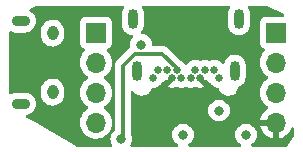
<source format=gbr>
%TF.GenerationSoftware,KiCad,Pcbnew,(6.0.0)*%
%TF.CreationDate,2022-07-25T11:20:30-04:00*%
%TF.ProjectId,dual_model_u,6475616c-5f6d-46f6-9465-6c5f752e6b69,rev?*%
%TF.SameCoordinates,Original*%
%TF.FileFunction,Copper,L3,Inr*%
%TF.FilePolarity,Positive*%
%FSLAX46Y46*%
G04 Gerber Fmt 4.6, Leading zero omitted, Abs format (unit mm)*
G04 Created by KiCad (PCBNEW (6.0.0)) date 2022-07-25 11:20:30*
%MOMM*%
%LPD*%
G01*
G04 APERTURE LIST*
%TA.AperFunction,ComponentPad*%
%ADD10C,0.640000*%
%TD*%
%TA.AperFunction,ComponentPad*%
%ADD11O,0.850000X1.700000*%
%TD*%
%TA.AperFunction,ComponentPad*%
%ADD12O,0.950000X1.250000*%
%TD*%
%TA.AperFunction,ComponentPad*%
%ADD13O,1.550000X0.890000*%
%TD*%
%TA.AperFunction,ComponentPad*%
%ADD14R,1.700000X1.700000*%
%TD*%
%TA.AperFunction,ComponentPad*%
%ADD15O,1.700000X1.700000*%
%TD*%
%TA.AperFunction,ViaPad*%
%ADD16C,0.800000*%
%TD*%
%TA.AperFunction,Conductor*%
%ADD17C,0.300000*%
%TD*%
G04 APERTURE END LIST*
D10*
%TO.N,GND*%
%TO.C,J1*%
X157220245Y-110522847D03*
%TO.N,+3V3*%
X157620245Y-109822847D03*
%TO.N,TX-*%
X158420245Y-109822847D03*
%TO.N,VBUS*%
X158820245Y-110522847D03*
%TO.N,Net-(J1-PadB5)*%
X159220245Y-109822847D03*
%TO.N,D+*%
X159620245Y-110522847D03*
%TO.N,D-*%
X160420245Y-110522847D03*
%TO.N,unconnected-(J1-PadB8)*%
X160820245Y-109822847D03*
%TO.N,VBUS*%
X161220245Y-110522847D03*
%TO.N,RX-*%
X161620245Y-109822847D03*
%TO.N,DATA*%
X162420245Y-109822847D03*
%TO.N,GND*%
X162820245Y-110522847D03*
D11*
X155900245Y-109932847D03*
X164140245Y-109932847D03*
X155540245Y-105532847D03*
X164510245Y-105532847D03*
%TD*%
D12*
%TO.N,GND*%
%TO.C,J2*%
X148720000Y-106720000D03*
X148720000Y-111720000D03*
D13*
X146020000Y-112720000D03*
X146020000Y-105720000D03*
%TD*%
D14*
%TO.N,DATA*%
%TO.C,J4*%
X152400000Y-106680000D03*
D15*
%TO.N,RX-*%
X152400000Y-109220000D03*
%TO.N,D-*%
X152400000Y-111760000D03*
%TO.N,D+*%
X152400000Y-114300000D03*
%TD*%
D14*
%TO.N,GND*%
%TO.C,J3*%
X167640000Y-106680000D03*
D15*
%TO.N,+3V3*%
X167640000Y-109220000D03*
%TO.N,TX-*%
X167640000Y-111760000D03*
%TO.N,VBUS*%
X167640000Y-114300000D03*
%TD*%
D16*
%TO.N,GND*%
X165100000Y-115316000D03*
X159766000Y-115316000D03*
%TO.N,VBUS*%
X150368000Y-107188000D03*
%TO.N,+3V3*%
X162814000Y-113284000D03*
%TO.N,RX-*%
X156210000Y-107696000D03*
%TO.N,Net-(J1-PadB5)*%
X154533600Y-115697000D03*
%TD*%
D17*
%TO.N,Net-(J1-PadB5)*%
X155702000Y-108458000D02*
X158002231Y-108458000D01*
X154533600Y-115697000D02*
X154686000Y-115544600D01*
X158002231Y-108458000D02*
X159220000Y-109675769D01*
X159220000Y-109675769D02*
X159220000Y-109850000D01*
X154686000Y-115544600D02*
X154686000Y-109474000D01*
X154686000Y-109474000D02*
X155702000Y-108458000D01*
%TD*%
%TA.AperFunction,Conductor*%
%TO.N,VBUS*%
G36*
X154724355Y-104414002D02*
G01*
X154770848Y-104467658D01*
X154780952Y-104537932D01*
X154765353Y-104583000D01*
X154693185Y-104707999D01*
X154682753Y-104726067D01*
X154680711Y-104732352D01*
X154632443Y-104880907D01*
X154622115Y-104912692D01*
X154606745Y-105058925D01*
X154606745Y-106006769D01*
X154622115Y-106153002D01*
X154682753Y-106339627D01*
X154780868Y-106509567D01*
X154785286Y-106514474D01*
X154785287Y-106514475D01*
X154892208Y-106633223D01*
X154912171Y-106655394D01*
X154917513Y-106659275D01*
X154917515Y-106659277D01*
X155059431Y-106762385D01*
X155070924Y-106770735D01*
X155076952Y-106773419D01*
X155076954Y-106773420D01*
X155203790Y-106829891D01*
X155250189Y-106850549D01*
X155372534Y-106876554D01*
X155435674Y-106889975D01*
X155435676Y-106889975D01*
X155442130Y-106891347D01*
X155444694Y-106891347D01*
X155508966Y-106917789D01*
X155549597Y-106976009D01*
X155552302Y-107046954D01*
X155523779Y-107100395D01*
X155470960Y-107159056D01*
X155375473Y-107324444D01*
X155316458Y-107506072D01*
X155315768Y-107512633D01*
X155315768Y-107512635D01*
X155301571Y-107647715D01*
X155296496Y-107696000D01*
X155312588Y-107849104D01*
X155299816Y-107918941D01*
X155261337Y-107964210D01*
X155247643Y-107974159D01*
X155237521Y-107986395D01*
X155218198Y-108009752D01*
X155210208Y-108018532D01*
X154278395Y-108950345D01*
X154269615Y-108958335D01*
X154269613Y-108958337D01*
X154262920Y-108962584D01*
X154257494Y-108968362D01*
X154257493Y-108968363D01*
X154214396Y-109014257D01*
X154211641Y-109017099D01*
X154191073Y-109037667D01*
X154188356Y-109041170D01*
X154180648Y-109050195D01*
X154149028Y-109083867D01*
X154145207Y-109090818D01*
X154145206Y-109090819D01*
X154138697Y-109102658D01*
X154127843Y-109119182D01*
X154122503Y-109126067D01*
X154114696Y-109136132D01*
X154111549Y-109143404D01*
X154111548Y-109143406D01*
X154096346Y-109178535D01*
X154091124Y-109189195D01*
X154068876Y-109229663D01*
X154063541Y-109250441D01*
X154057142Y-109269131D01*
X154048620Y-109288824D01*
X154045834Y-109306413D01*
X154041394Y-109334448D01*
X154038987Y-109346071D01*
X154031798Y-109374072D01*
X154027500Y-109390812D01*
X154027500Y-109412259D01*
X154025949Y-109431969D01*
X154022594Y-109453152D01*
X154023340Y-109461043D01*
X154026941Y-109499138D01*
X154027500Y-109510996D01*
X154027500Y-114877536D01*
X154007498Y-114945657D01*
X153975561Y-114979472D01*
X153938667Y-115006277D01*
X153922347Y-115018134D01*
X153794560Y-115160056D01*
X153778925Y-115187137D01*
X153704526Y-115316000D01*
X153699073Y-115325444D01*
X153640058Y-115507072D01*
X153639368Y-115513633D01*
X153639368Y-115513635D01*
X153623820Y-115661564D01*
X153620096Y-115697000D01*
X153620786Y-115703565D01*
X153630931Y-115800085D01*
X153640058Y-115886928D01*
X153699073Y-116068556D01*
X153702376Y-116074278D01*
X153702377Y-116074279D01*
X153742053Y-116143000D01*
X153758791Y-116211996D01*
X153735570Y-116279087D01*
X153679763Y-116322974D01*
X153632934Y-116332000D01*
X150793402Y-116332000D01*
X150729914Y-116314836D01*
X149692423Y-115709633D01*
X147218814Y-114266695D01*
X151037251Y-114266695D01*
X151037548Y-114271848D01*
X151037548Y-114271851D01*
X151045449Y-114408872D01*
X151050110Y-114489715D01*
X151051247Y-114494761D01*
X151051248Y-114494767D01*
X151065493Y-114557973D01*
X151099222Y-114707639D01*
X151183266Y-114914616D01*
X151299987Y-115105088D01*
X151446250Y-115273938D01*
X151618126Y-115416632D01*
X151811000Y-115529338D01*
X152019692Y-115609030D01*
X152024760Y-115610061D01*
X152024763Y-115610062D01*
X152119862Y-115629410D01*
X152238597Y-115653567D01*
X152243772Y-115653757D01*
X152243774Y-115653757D01*
X152456673Y-115661564D01*
X152456677Y-115661564D01*
X152461837Y-115661753D01*
X152466957Y-115661097D01*
X152466959Y-115661097D01*
X152678288Y-115634025D01*
X152678289Y-115634025D01*
X152683416Y-115633368D01*
X152688366Y-115631883D01*
X152892429Y-115570661D01*
X152892434Y-115570659D01*
X152897384Y-115569174D01*
X153097994Y-115470896D01*
X153279860Y-115341173D01*
X153438096Y-115183489D01*
X153450826Y-115165774D01*
X153565435Y-115006277D01*
X153568453Y-115002077D01*
X153596338Y-114945657D01*
X153665136Y-114806453D01*
X153665137Y-114806451D01*
X153667430Y-114801811D01*
X153732370Y-114588069D01*
X153761529Y-114366590D01*
X153763156Y-114300000D01*
X153744852Y-114077361D01*
X153690431Y-113860702D01*
X153601354Y-113655840D01*
X153505067Y-113507003D01*
X153482822Y-113472617D01*
X153482820Y-113472614D01*
X153480014Y-113468277D01*
X153329670Y-113303051D01*
X153325619Y-113299852D01*
X153325615Y-113299848D01*
X153158414Y-113167800D01*
X153158410Y-113167798D01*
X153154359Y-113164598D01*
X153113053Y-113141796D01*
X153063084Y-113091364D01*
X153048312Y-113021921D01*
X153073428Y-112955516D01*
X153100780Y-112928909D01*
X153144603Y-112897650D01*
X153279860Y-112801173D01*
X153328429Y-112752774D01*
X153434435Y-112647137D01*
X153438096Y-112643489D01*
X153497594Y-112560689D01*
X153565435Y-112466277D01*
X153568453Y-112462077D01*
X153625612Y-112346425D01*
X153665136Y-112266453D01*
X153665137Y-112266451D01*
X153667430Y-112261811D01*
X153724228Y-112074867D01*
X153730865Y-112053023D01*
X153730865Y-112053021D01*
X153732370Y-112048069D01*
X153761529Y-111826590D01*
X153762053Y-111805141D01*
X153763074Y-111763365D01*
X153763074Y-111763361D01*
X153763156Y-111760000D01*
X153744852Y-111537361D01*
X153690431Y-111320702D01*
X153601354Y-111115840D01*
X153480014Y-110928277D01*
X153329670Y-110763051D01*
X153325619Y-110759852D01*
X153325615Y-110759848D01*
X153158414Y-110627800D01*
X153158410Y-110627798D01*
X153154359Y-110624598D01*
X153113053Y-110601796D01*
X153063084Y-110551364D01*
X153048312Y-110481921D01*
X153073428Y-110415516D01*
X153100780Y-110388909D01*
X153144603Y-110357650D01*
X153279860Y-110261173D01*
X153438096Y-110103489D01*
X153497594Y-110020689D01*
X153565435Y-109926277D01*
X153568453Y-109922077D01*
X153667430Y-109721811D01*
X153700985Y-109611369D01*
X153730865Y-109513023D01*
X153730865Y-109513021D01*
X153732370Y-109508069D01*
X153761529Y-109286590D01*
X153761652Y-109281548D01*
X153763074Y-109223365D01*
X153763074Y-109223361D01*
X153763156Y-109220000D01*
X153744852Y-108997361D01*
X153690431Y-108780702D01*
X153601354Y-108575840D01*
X153480014Y-108388277D01*
X153476532Y-108384450D01*
X153332798Y-108226488D01*
X153301746Y-108162642D01*
X153310141Y-108092143D01*
X153355317Y-108037375D01*
X153381761Y-108023706D01*
X153488297Y-107983767D01*
X153496705Y-107980615D01*
X153613261Y-107893261D01*
X153700615Y-107776705D01*
X153751745Y-107640316D01*
X153758500Y-107578134D01*
X153758500Y-105781866D01*
X153751745Y-105719684D01*
X153700615Y-105583295D01*
X153613261Y-105466739D01*
X153496705Y-105379385D01*
X153360316Y-105328255D01*
X153298134Y-105321500D01*
X151501866Y-105321500D01*
X151439684Y-105328255D01*
X151303295Y-105379385D01*
X151186739Y-105466739D01*
X151099385Y-105583295D01*
X151048255Y-105719684D01*
X151041500Y-105781866D01*
X151041500Y-107578134D01*
X151048255Y-107640316D01*
X151099385Y-107776705D01*
X151186739Y-107893261D01*
X151303295Y-107980615D01*
X151311704Y-107983767D01*
X151311705Y-107983768D01*
X151420451Y-108024535D01*
X151477216Y-108067176D01*
X151501916Y-108133738D01*
X151486709Y-108203087D01*
X151467316Y-108229568D01*
X151340629Y-108362138D01*
X151214743Y-108546680D01*
X151120688Y-108749305D01*
X151060989Y-108964570D01*
X151037251Y-109186695D01*
X151037548Y-109191848D01*
X151037548Y-109191851D01*
X151043202Y-109289908D01*
X151050110Y-109409715D01*
X151051247Y-109414761D01*
X151051248Y-109414767D01*
X151066853Y-109484009D01*
X151099222Y-109627639D01*
X151183266Y-109834616D01*
X151299987Y-110025088D01*
X151446250Y-110193938D01*
X151618126Y-110336632D01*
X151688595Y-110377811D01*
X151691445Y-110379476D01*
X151740169Y-110431114D01*
X151753240Y-110500897D01*
X151726509Y-110566669D01*
X151686055Y-110600027D01*
X151673607Y-110606507D01*
X151669474Y-110609610D01*
X151669471Y-110609612D01*
X151499100Y-110737530D01*
X151494965Y-110740635D01*
X151340629Y-110902138D01*
X151337715Y-110906410D01*
X151337714Y-110906411D01*
X151335561Y-110909567D01*
X151214743Y-111086680D01*
X151199003Y-111120590D01*
X151127570Y-111274480D01*
X151120688Y-111289305D01*
X151060989Y-111504570D01*
X151037251Y-111726695D01*
X151037548Y-111731848D01*
X151037548Y-111731851D01*
X151042879Y-111824302D01*
X151050110Y-111949715D01*
X151051247Y-111954761D01*
X151051248Y-111954767D01*
X151065619Y-112018533D01*
X151099222Y-112167639D01*
X151136498Y-112259440D01*
X151176322Y-112357514D01*
X151183266Y-112374616D01*
X151222745Y-112439040D01*
X151266675Y-112510727D01*
X151299987Y-112565088D01*
X151446250Y-112733938D01*
X151582356Y-112846935D01*
X151613518Y-112872806D01*
X151618126Y-112876632D01*
X151679411Y-112912444D01*
X151691445Y-112919476D01*
X151740169Y-112971114D01*
X151753240Y-113040897D01*
X151726509Y-113106669D01*
X151686055Y-113140027D01*
X151673607Y-113146507D01*
X151669474Y-113149610D01*
X151669471Y-113149612D01*
X151558498Y-113232933D01*
X151494965Y-113280635D01*
X151491393Y-113284373D01*
X151354097Y-113428045D01*
X151340629Y-113442138D01*
X151337715Y-113446410D01*
X151337714Y-113446411D01*
X151325404Y-113464457D01*
X151214743Y-113626680D01*
X151173122Y-113716345D01*
X151137373Y-113793361D01*
X151120688Y-113829305D01*
X151060989Y-114044570D01*
X151037251Y-114266695D01*
X147218814Y-114266695D01*
X146551101Y-113877196D01*
X146502338Y-113825595D01*
X146489214Y-113755822D01*
X146515896Y-113690029D01*
X146576909Y-113648126D01*
X146727561Y-113600915D01*
X146896982Y-113507003D01*
X146928247Y-113480206D01*
X147039207Y-113385102D01*
X147039209Y-113385100D01*
X147044059Y-113380943D01*
X147162784Y-113227884D01*
X147248307Y-113054077D01*
X147249914Y-113047907D01*
X147249916Y-113047902D01*
X147295525Y-112872806D01*
X147295525Y-112872803D01*
X147297135Y-112866624D01*
X147303102Y-112752774D01*
X147306939Y-112679563D01*
X147306939Y-112679559D01*
X147307273Y-112673182D01*
X147282704Y-112510727D01*
X147279262Y-112487965D01*
X147279262Y-112487964D01*
X147278307Y-112481651D01*
X147272651Y-112466277D01*
X147237164Y-112369829D01*
X147211419Y-112299858D01*
X147208061Y-112294442D01*
X147208059Y-112294438D01*
X147112707Y-112140650D01*
X147112704Y-112140646D01*
X147109344Y-112135227D01*
X147022072Y-112042939D01*
X146980638Y-111999124D01*
X146980637Y-111999123D01*
X146976249Y-111994483D01*
X146869782Y-111919934D01*
X147736500Y-111919934D01*
X147736823Y-111923113D01*
X147746510Y-112018478D01*
X147751619Y-112068780D01*
X147811369Y-112259440D01*
X147908235Y-112434191D01*
X147912391Y-112439040D01*
X148020427Y-112565088D01*
X148038261Y-112585896D01*
X148043298Y-112589803D01*
X148043300Y-112589805D01*
X148191093Y-112704445D01*
X148191096Y-112704447D01*
X148196137Y-112708357D01*
X148201863Y-112711175D01*
X148201867Y-112711177D01*
X148369682Y-112793752D01*
X148375411Y-112796571D01*
X148464906Y-112819883D01*
X148562580Y-112845325D01*
X148562583Y-112845325D01*
X148568762Y-112846935D01*
X148662256Y-112851835D01*
X148761911Y-112857058D01*
X148761915Y-112857058D01*
X148768292Y-112857392D01*
X148965848Y-112827514D01*
X149047346Y-112797529D01*
X149147371Y-112760727D01*
X149147372Y-112760727D01*
X149153361Y-112758523D01*
X149323172Y-112653235D01*
X149329621Y-112647137D01*
X149463710Y-112520335D01*
X149468344Y-112515953D01*
X149582946Y-112352284D01*
X149662298Y-112168914D01*
X149703156Y-111973334D01*
X149703500Y-111966771D01*
X149703500Y-111520066D01*
X149697595Y-111461929D01*
X149689026Y-111377566D01*
X149689025Y-111377562D01*
X149688381Y-111371220D01*
X149628631Y-111180560D01*
X149619852Y-111164721D01*
X149534860Y-111011393D01*
X149531765Y-111005809D01*
X149488076Y-110954836D01*
X149405891Y-110858948D01*
X149405890Y-110858947D01*
X149401739Y-110854104D01*
X149396700Y-110850195D01*
X149248907Y-110735555D01*
X149248904Y-110735553D01*
X149243863Y-110731643D01*
X149238137Y-110728825D01*
X149238133Y-110728823D01*
X149070318Y-110646248D01*
X149064589Y-110643429D01*
X148945797Y-110612486D01*
X148877420Y-110594675D01*
X148877417Y-110594675D01*
X148871238Y-110593065D01*
X148777744Y-110588165D01*
X148678089Y-110582942D01*
X148678085Y-110582942D01*
X148671708Y-110582608D01*
X148474152Y-110612486D01*
X148468165Y-110614689D01*
X148468164Y-110614689D01*
X148394424Y-110641820D01*
X148286639Y-110681477D01*
X148191228Y-110740635D01*
X148155075Y-110763051D01*
X148116828Y-110786765D01*
X147971656Y-110924047D01*
X147857054Y-111087716D01*
X147777702Y-111271086D01*
X147736844Y-111466666D01*
X147736500Y-111473229D01*
X147736500Y-111919934D01*
X146869782Y-111919934D01*
X146817573Y-111883377D01*
X146639796Y-111806446D01*
X146556810Y-111789109D01*
X146454927Y-111767824D01*
X146454923Y-111767824D01*
X146450182Y-111766833D01*
X146443828Y-111766500D01*
X145641592Y-111766500D01*
X145595839Y-111771147D01*
X145503632Y-111780513D01*
X145503630Y-111780513D01*
X145497284Y-111781158D01*
X145312439Y-111839085D01*
X145306850Y-111842183D01*
X145221086Y-111889723D01*
X145151809Y-111905254D01*
X145085133Y-111880867D01*
X145042226Y-111824302D01*
X145034000Y-111779521D01*
X145034000Y-106919934D01*
X147736500Y-106919934D01*
X147736823Y-106923113D01*
X147745979Y-107013251D01*
X147751619Y-107068780D01*
X147811369Y-107259440D01*
X147908235Y-107434191D01*
X147912391Y-107439040D01*
X148028680Y-107574717D01*
X148038261Y-107585896D01*
X148043298Y-107589803D01*
X148043300Y-107589805D01*
X148191093Y-107704445D01*
X148191096Y-107704447D01*
X148196137Y-107708357D01*
X148201863Y-107711175D01*
X148201867Y-107711177D01*
X148335038Y-107776705D01*
X148375411Y-107796571D01*
X148439996Y-107813394D01*
X148562580Y-107845325D01*
X148562583Y-107845325D01*
X148568762Y-107846935D01*
X148662256Y-107851835D01*
X148761911Y-107857058D01*
X148761915Y-107857058D01*
X148768292Y-107857392D01*
X148965848Y-107827514D01*
X148984586Y-107820620D01*
X149147371Y-107760727D01*
X149147372Y-107760727D01*
X149153361Y-107758523D01*
X149323172Y-107653235D01*
X149336834Y-107640316D01*
X149463710Y-107520335D01*
X149468344Y-107515953D01*
X149582946Y-107352284D01*
X149662298Y-107168914D01*
X149703156Y-106973334D01*
X149703500Y-106966771D01*
X149703500Y-106520066D01*
X149688381Y-106371220D01*
X149628631Y-106180560D01*
X149613356Y-106153002D01*
X149558520Y-106054077D01*
X149531765Y-106005809D01*
X149457931Y-105919665D01*
X149405891Y-105858948D01*
X149405890Y-105858947D01*
X149401739Y-105854104D01*
X149396700Y-105850195D01*
X149248907Y-105735555D01*
X149248904Y-105735553D01*
X149243863Y-105731643D01*
X149238137Y-105728825D01*
X149238133Y-105728823D01*
X149070318Y-105646248D01*
X149064589Y-105643429D01*
X148945797Y-105612486D01*
X148877420Y-105594675D01*
X148877417Y-105594675D01*
X148871238Y-105593065D01*
X148777744Y-105588165D01*
X148678089Y-105582942D01*
X148678085Y-105582942D01*
X148671708Y-105582608D01*
X148474152Y-105612486D01*
X148286639Y-105681477D01*
X148116828Y-105786765D01*
X147971656Y-105924047D01*
X147857054Y-106087716D01*
X147777702Y-106271086D01*
X147736844Y-106466666D01*
X147736500Y-106473229D01*
X147736500Y-106919934D01*
X145034000Y-106919934D01*
X145034000Y-106665338D01*
X145054002Y-106597217D01*
X145107658Y-106550724D01*
X145177932Y-106540620D01*
X145219803Y-106554786D01*
X145222427Y-106556623D01*
X145400204Y-106633554D01*
X145406452Y-106634859D01*
X145406451Y-106634859D01*
X145585073Y-106672176D01*
X145585077Y-106672176D01*
X145589818Y-106673167D01*
X145596172Y-106673500D01*
X146398408Y-106673500D01*
X146444161Y-106668853D01*
X146536368Y-106659487D01*
X146536370Y-106659487D01*
X146542716Y-106658842D01*
X146727561Y-106600915D01*
X146896982Y-106507003D01*
X146938333Y-106471561D01*
X147039207Y-106385102D01*
X147039209Y-106385100D01*
X147044059Y-106380943D01*
X147082870Y-106330908D01*
X147158868Y-106232933D01*
X147158870Y-106232930D01*
X147162784Y-106227884D01*
X147248307Y-106054077D01*
X147249914Y-106047907D01*
X147249916Y-106047902D01*
X147295525Y-105872806D01*
X147295525Y-105872803D01*
X147297135Y-105866624D01*
X147306662Y-105684840D01*
X147306939Y-105679563D01*
X147306939Y-105679559D01*
X147307273Y-105673182D01*
X147278307Y-105481651D01*
X147272821Y-105466739D01*
X147221553Y-105327402D01*
X147211419Y-105299858D01*
X147208061Y-105294442D01*
X147208059Y-105294438D01*
X147112707Y-105140650D01*
X147112704Y-105140646D01*
X147109344Y-105135227D01*
X147037189Y-105058925D01*
X146980638Y-104999124D01*
X146980637Y-104999123D01*
X146976249Y-104994483D01*
X146817573Y-104883377D01*
X146818892Y-104881493D01*
X146776476Y-104838226D01*
X146762075Y-104768705D01*
X146787545Y-104702434D01*
X146835519Y-104664236D01*
X147313629Y-104446913D01*
X147405191Y-104405294D01*
X147457330Y-104394000D01*
X154656234Y-104394000D01*
X154724355Y-104414002D01*
G37*
%TD.AperFunction*%
%TA.AperFunction,Conductor*%
G36*
X163694355Y-104414002D02*
G01*
X163740848Y-104467658D01*
X163750952Y-104537932D01*
X163735353Y-104583000D01*
X163663185Y-104707999D01*
X163652753Y-104726067D01*
X163650711Y-104732352D01*
X163602443Y-104880907D01*
X163592115Y-104912692D01*
X163576745Y-105058925D01*
X163576745Y-106006769D01*
X163592115Y-106153002D01*
X163652753Y-106339627D01*
X163750868Y-106509567D01*
X163755286Y-106514474D01*
X163755287Y-106514475D01*
X163862208Y-106633223D01*
X163882171Y-106655394D01*
X163887513Y-106659275D01*
X163887515Y-106659277D01*
X164029431Y-106762385D01*
X164040924Y-106770735D01*
X164046952Y-106773419D01*
X164046954Y-106773420D01*
X164173790Y-106829891D01*
X164220189Y-106850549D01*
X164316160Y-106870948D01*
X164405673Y-106889975D01*
X164405677Y-106889975D01*
X164412130Y-106891347D01*
X164608360Y-106891347D01*
X164614813Y-106889975D01*
X164614817Y-106889975D01*
X164704330Y-106870948D01*
X164800301Y-106850549D01*
X164846700Y-106829891D01*
X164973536Y-106773420D01*
X164973538Y-106773419D01*
X164979566Y-106770735D01*
X164991059Y-106762385D01*
X165132975Y-106659277D01*
X165132977Y-106659275D01*
X165138319Y-106655394D01*
X165158282Y-106633223D01*
X165265203Y-106514475D01*
X165265204Y-106514474D01*
X165269622Y-106509567D01*
X165367737Y-106339627D01*
X165428375Y-106153002D01*
X165443745Y-106006769D01*
X165443745Y-105058925D01*
X165428375Y-104912692D01*
X165418048Y-104880907D01*
X165369779Y-104732352D01*
X165367737Y-104726067D01*
X165357306Y-104707999D01*
X165285137Y-104583000D01*
X165268399Y-104514005D01*
X165291619Y-104446913D01*
X165347426Y-104403026D01*
X165394256Y-104394000D01*
X166740671Y-104394000D01*
X166792810Y-104405294D01*
X166884372Y-104446913D01*
X168278909Y-105080794D01*
X168332647Y-105127192D01*
X168352770Y-105195277D01*
X168332888Y-105263433D01*
X168279315Y-105310021D01*
X168226770Y-105321500D01*
X166741866Y-105321500D01*
X166679684Y-105328255D01*
X166543295Y-105379385D01*
X166426739Y-105466739D01*
X166339385Y-105583295D01*
X166288255Y-105719684D01*
X166281500Y-105781866D01*
X166281500Y-107578134D01*
X166288255Y-107640316D01*
X166339385Y-107776705D01*
X166426739Y-107893261D01*
X166543295Y-107980615D01*
X166551704Y-107983767D01*
X166551705Y-107983768D01*
X166660451Y-108024535D01*
X166717216Y-108067176D01*
X166741916Y-108133738D01*
X166726709Y-108203087D01*
X166707316Y-108229568D01*
X166580629Y-108362138D01*
X166454743Y-108546680D01*
X166360688Y-108749305D01*
X166300989Y-108964570D01*
X166277251Y-109186695D01*
X166277548Y-109191848D01*
X166277548Y-109191851D01*
X166283202Y-109289908D01*
X166290110Y-109409715D01*
X166291247Y-109414761D01*
X166291248Y-109414767D01*
X166306853Y-109484009D01*
X166339222Y-109627639D01*
X166423266Y-109834616D01*
X166539987Y-110025088D01*
X166686250Y-110193938D01*
X166858126Y-110336632D01*
X166928595Y-110377811D01*
X166931445Y-110379476D01*
X166980169Y-110431114D01*
X166993240Y-110500897D01*
X166966509Y-110566669D01*
X166926055Y-110600027D01*
X166913607Y-110606507D01*
X166909474Y-110609610D01*
X166909471Y-110609612D01*
X166739100Y-110737530D01*
X166734965Y-110740635D01*
X166580629Y-110902138D01*
X166577715Y-110906410D01*
X166577714Y-110906411D01*
X166575561Y-110909567D01*
X166454743Y-111086680D01*
X166439003Y-111120590D01*
X166367570Y-111274480D01*
X166360688Y-111289305D01*
X166300989Y-111504570D01*
X166277251Y-111726695D01*
X166277548Y-111731848D01*
X166277548Y-111731851D01*
X166282879Y-111824302D01*
X166290110Y-111949715D01*
X166291247Y-111954761D01*
X166291248Y-111954767D01*
X166305619Y-112018533D01*
X166339222Y-112167639D01*
X166376498Y-112259440D01*
X166416322Y-112357514D01*
X166423266Y-112374616D01*
X166462745Y-112439040D01*
X166506675Y-112510727D01*
X166539987Y-112565088D01*
X166686250Y-112733938D01*
X166822356Y-112846935D01*
X166853518Y-112872806D01*
X166858126Y-112876632D01*
X166919411Y-112912444D01*
X166931955Y-112919774D01*
X166980679Y-112971412D01*
X166993750Y-113041195D01*
X166967019Y-113106967D01*
X166926562Y-113140327D01*
X166918457Y-113144546D01*
X166909738Y-113150036D01*
X166739433Y-113277905D01*
X166731726Y-113284748D01*
X166584590Y-113438717D01*
X166578104Y-113446727D01*
X166458098Y-113622649D01*
X166453000Y-113631623D01*
X166363338Y-113824783D01*
X166359775Y-113834470D01*
X166304389Y-114034183D01*
X166305912Y-114042607D01*
X166318292Y-114046000D01*
X167768000Y-114046000D01*
X167836121Y-114066002D01*
X167882614Y-114119658D01*
X167894000Y-114172000D01*
X167894000Y-115618517D01*
X167898064Y-115632359D01*
X167911478Y-115634393D01*
X167918184Y-115633534D01*
X167928262Y-115631392D01*
X168132255Y-115570191D01*
X168141842Y-115566433D01*
X168333095Y-115472739D01*
X168341945Y-115467464D01*
X168515328Y-115343792D01*
X168523200Y-115337139D01*
X168674052Y-115186812D01*
X168680730Y-115178965D01*
X168805003Y-115006020D01*
X168810313Y-114997183D01*
X168904670Y-114806267D01*
X168908469Y-114796672D01*
X168917442Y-114767139D01*
X168956383Y-114707775D01*
X169021237Y-114678888D01*
X169091413Y-114689649D01*
X169144631Y-114736643D01*
X169164000Y-114803768D01*
X169164000Y-115394393D01*
X169146045Y-115459218D01*
X168686875Y-116224500D01*
X168659079Y-116270827D01*
X168606880Y-116318949D01*
X168551035Y-116332000D01*
X165635016Y-116332000D01*
X165566895Y-116311998D01*
X165520402Y-116258342D01*
X165510298Y-116188068D01*
X165539792Y-116123488D01*
X165560955Y-116104064D01*
X165705909Y-115998749D01*
X165705911Y-115998747D01*
X165711253Y-115994866D01*
X165839040Y-115852944D01*
X165927389Y-115699920D01*
X165931223Y-115693279D01*
X165931224Y-115693278D01*
X165934527Y-115687556D01*
X165993542Y-115505928D01*
X166013504Y-115316000D01*
X165993542Y-115126072D01*
X165934527Y-114944444D01*
X165919849Y-114919020D01*
X165895898Y-114877536D01*
X165839040Y-114779056D01*
X165774859Y-114707775D01*
X165715675Y-114642045D01*
X165715674Y-114642044D01*
X165711253Y-114637134D01*
X165616052Y-114567966D01*
X166308257Y-114567966D01*
X166338565Y-114702446D01*
X166341645Y-114712275D01*
X166421770Y-114909603D01*
X166426413Y-114918794D01*
X166537694Y-115100388D01*
X166543777Y-115108699D01*
X166683213Y-115269667D01*
X166690580Y-115276883D01*
X166854434Y-115412916D01*
X166862881Y-115418831D01*
X167046756Y-115526279D01*
X167056042Y-115530729D01*
X167255001Y-115606703D01*
X167264899Y-115609579D01*
X167368250Y-115630606D01*
X167382299Y-115629410D01*
X167386000Y-115619065D01*
X167386000Y-114572115D01*
X167381525Y-114556876D01*
X167380135Y-114555671D01*
X167372452Y-114554000D01*
X166323225Y-114554000D01*
X166309694Y-114557973D01*
X166308257Y-114567966D01*
X165616052Y-114567966D01*
X165556752Y-114524882D01*
X165550724Y-114522198D01*
X165550722Y-114522197D01*
X165388319Y-114449891D01*
X165388318Y-114449891D01*
X165382288Y-114447206D01*
X165288887Y-114427353D01*
X165201944Y-114408872D01*
X165201939Y-114408872D01*
X165195487Y-114407500D01*
X165004513Y-114407500D01*
X164998061Y-114408872D01*
X164998056Y-114408872D01*
X164911113Y-114427353D01*
X164817712Y-114447206D01*
X164811682Y-114449891D01*
X164811681Y-114449891D01*
X164649278Y-114522197D01*
X164649276Y-114522198D01*
X164643248Y-114524882D01*
X164488747Y-114637134D01*
X164484326Y-114642044D01*
X164484325Y-114642045D01*
X164425142Y-114707775D01*
X164360960Y-114779056D01*
X164304102Y-114877536D01*
X164280152Y-114919020D01*
X164265473Y-114944444D01*
X164206458Y-115126072D01*
X164186496Y-115316000D01*
X164206458Y-115505928D01*
X164265473Y-115687556D01*
X164268776Y-115693278D01*
X164268777Y-115693279D01*
X164272611Y-115699920D01*
X164360960Y-115852944D01*
X164488747Y-115994866D01*
X164494089Y-115998747D01*
X164494091Y-115998749D01*
X164639045Y-116104064D01*
X164682399Y-116160286D01*
X164688474Y-116231022D01*
X164655343Y-116293814D01*
X164593523Y-116328726D01*
X164564984Y-116332000D01*
X160301016Y-116332000D01*
X160232895Y-116311998D01*
X160186402Y-116258342D01*
X160176298Y-116188068D01*
X160205792Y-116123488D01*
X160226955Y-116104064D01*
X160371909Y-115998749D01*
X160371911Y-115998747D01*
X160377253Y-115994866D01*
X160505040Y-115852944D01*
X160593389Y-115699920D01*
X160597223Y-115693279D01*
X160597224Y-115693278D01*
X160600527Y-115687556D01*
X160659542Y-115505928D01*
X160679504Y-115316000D01*
X160659542Y-115126072D01*
X160600527Y-114944444D01*
X160585849Y-114919020D01*
X160561898Y-114877536D01*
X160505040Y-114779056D01*
X160440859Y-114707775D01*
X160381675Y-114642045D01*
X160381674Y-114642044D01*
X160377253Y-114637134D01*
X160222752Y-114524882D01*
X160216724Y-114522198D01*
X160216722Y-114522197D01*
X160054319Y-114449891D01*
X160054318Y-114449891D01*
X160048288Y-114447206D01*
X159954887Y-114427353D01*
X159867944Y-114408872D01*
X159867939Y-114408872D01*
X159861487Y-114407500D01*
X159670513Y-114407500D01*
X159664061Y-114408872D01*
X159664056Y-114408872D01*
X159577113Y-114427353D01*
X159483712Y-114447206D01*
X159477682Y-114449891D01*
X159477681Y-114449891D01*
X159315278Y-114522197D01*
X159315276Y-114522198D01*
X159309248Y-114524882D01*
X159154747Y-114637134D01*
X159150326Y-114642044D01*
X159150325Y-114642045D01*
X159091142Y-114707775D01*
X159026960Y-114779056D01*
X158970102Y-114877536D01*
X158946152Y-114919020D01*
X158931473Y-114944444D01*
X158872458Y-115126072D01*
X158852496Y-115316000D01*
X158872458Y-115505928D01*
X158931473Y-115687556D01*
X158934776Y-115693278D01*
X158934777Y-115693279D01*
X158938611Y-115699920D01*
X159026960Y-115852944D01*
X159154747Y-115994866D01*
X159160089Y-115998747D01*
X159160091Y-115998749D01*
X159305045Y-116104064D01*
X159348399Y-116160286D01*
X159354474Y-116231022D01*
X159321343Y-116293814D01*
X159259523Y-116328726D01*
X159230984Y-116332000D01*
X155434266Y-116332000D01*
X155366145Y-116311998D01*
X155319652Y-116258342D01*
X155309548Y-116188068D01*
X155325147Y-116143000D01*
X155364823Y-116074279D01*
X155364824Y-116074278D01*
X155368127Y-116068556D01*
X155427142Y-115886928D01*
X155436270Y-115800085D01*
X155446414Y-115703565D01*
X155447104Y-115697000D01*
X155443380Y-115661564D01*
X155427832Y-115513635D01*
X155427832Y-115513633D01*
X155427142Y-115507072D01*
X155368127Y-115325444D01*
X155361382Y-115313761D01*
X155344500Y-115250760D01*
X155344500Y-113284000D01*
X161900496Y-113284000D01*
X161901186Y-113290565D01*
X161919463Y-113464457D01*
X161920458Y-113473928D01*
X161979473Y-113655556D01*
X161982776Y-113661278D01*
X161982777Y-113661279D01*
X161989833Y-113673500D01*
X162074960Y-113820944D01*
X162079378Y-113825851D01*
X162079379Y-113825852D01*
X162115276Y-113865720D01*
X162202747Y-113962866D01*
X162357248Y-114075118D01*
X162363276Y-114077802D01*
X162363278Y-114077803D01*
X162525681Y-114150109D01*
X162531712Y-114152794D01*
X162622069Y-114172000D01*
X162712056Y-114191128D01*
X162712061Y-114191128D01*
X162718513Y-114192500D01*
X162909487Y-114192500D01*
X162915939Y-114191128D01*
X162915944Y-114191128D01*
X163005931Y-114172000D01*
X163096288Y-114152794D01*
X163102319Y-114150109D01*
X163264722Y-114077803D01*
X163264724Y-114077802D01*
X163270752Y-114075118D01*
X163425253Y-113962866D01*
X163512724Y-113865720D01*
X163548621Y-113825852D01*
X163548622Y-113825851D01*
X163553040Y-113820944D01*
X163638167Y-113673500D01*
X163645223Y-113661279D01*
X163645224Y-113661278D01*
X163648527Y-113655556D01*
X163707542Y-113473928D01*
X163708538Y-113464457D01*
X163726814Y-113290565D01*
X163727504Y-113284000D01*
X163720786Y-113220082D01*
X163708232Y-113100635D01*
X163708232Y-113100633D01*
X163707542Y-113094072D01*
X163648527Y-112912444D01*
X163553040Y-112747056D01*
X163520735Y-112711177D01*
X163429675Y-112610045D01*
X163429674Y-112610044D01*
X163425253Y-112605134D01*
X163308538Y-112520335D01*
X163276094Y-112496763D01*
X163276093Y-112496762D01*
X163270752Y-112492882D01*
X163264724Y-112490198D01*
X163264722Y-112490197D01*
X163102319Y-112417891D01*
X163102318Y-112417891D01*
X163096288Y-112415206D01*
X163002887Y-112395353D01*
X162915944Y-112376872D01*
X162915939Y-112376872D01*
X162909487Y-112375500D01*
X162718513Y-112375500D01*
X162712061Y-112376872D01*
X162712056Y-112376872D01*
X162625113Y-112395353D01*
X162531712Y-112415206D01*
X162525682Y-112417891D01*
X162525681Y-112417891D01*
X162363278Y-112490197D01*
X162363276Y-112490198D01*
X162357248Y-112492882D01*
X162351907Y-112496762D01*
X162351906Y-112496763D01*
X162319462Y-112520335D01*
X162202747Y-112605134D01*
X162198326Y-112610044D01*
X162198325Y-112610045D01*
X162107266Y-112711177D01*
X162074960Y-112747056D01*
X161979473Y-112912444D01*
X161920458Y-113094072D01*
X161919768Y-113100633D01*
X161919768Y-113100635D01*
X161907214Y-113220082D01*
X161900496Y-113284000D01*
X155344500Y-113284000D01*
X155344500Y-111732403D01*
X155364502Y-111664282D01*
X155418158Y-111617789D01*
X155488432Y-111607685D01*
X155553012Y-111637179D01*
X155566738Y-111651075D01*
X155678979Y-111783895D01*
X155678983Y-111783899D01*
X155683386Y-111789109D01*
X155688810Y-111793256D01*
X155688811Y-111793257D01*
X155823989Y-111896609D01*
X155823993Y-111896612D01*
X155829410Y-111900753D01*
X155996000Y-111978435D01*
X156067794Y-111994483D01*
X156170342Y-112017406D01*
X156170348Y-112017407D01*
X156175386Y-112018533D01*
X156181003Y-112018847D01*
X156316169Y-112018847D01*
X156452982Y-112003984D01*
X156558416Y-111968502D01*
X156620729Y-111947532D01*
X156620732Y-111947531D01*
X156627194Y-111945356D01*
X156784752Y-111850685D01*
X156884196Y-111756646D01*
X156913352Y-111729075D01*
X156913353Y-111729074D01*
X156918306Y-111724390D01*
X157021624Y-111572362D01*
X157078343Y-111430553D01*
X157122212Y-111374734D01*
X157195332Y-111351347D01*
X157307324Y-111351347D01*
X157313777Y-111349975D01*
X157313781Y-111349975D01*
X157392500Y-111333243D01*
X157477676Y-111315138D01*
X157524486Y-111294297D01*
X157630747Y-111246987D01*
X157630749Y-111246986D01*
X157636777Y-111244302D01*
X157646951Y-111236910D01*
X157772330Y-111145817D01*
X157772332Y-111145815D01*
X157777674Y-111141934D01*
X157894208Y-111012510D01*
X157928715Y-110952742D01*
X157980098Y-110903749D01*
X158049812Y-110890314D01*
X158061679Y-110892020D01*
X158082121Y-110895960D01*
X158091795Y-110892087D01*
X158295630Y-110688252D01*
X158357942Y-110654226D01*
X158384725Y-110651347D01*
X158507324Y-110651347D01*
X158513777Y-110649975D01*
X158513781Y-110649975D01*
X158619710Y-110627459D01*
X158661572Y-110618561D01*
X158732362Y-110623963D01*
X158788995Y-110666780D01*
X158807601Y-110702871D01*
X158818863Y-110737530D01*
X158830785Y-110774223D01*
X158832813Y-110845191D01*
X158800047Y-110902255D01*
X158454467Y-111247835D01*
X158447707Y-111260215D01*
X158451218Y-111264905D01*
X158556944Y-111311977D01*
X158569423Y-111316032D01*
X158726761Y-111349474D01*
X158739822Y-111350847D01*
X158900668Y-111350847D01*
X158913729Y-111349474D01*
X159071067Y-111316032D01*
X159083550Y-111311976D01*
X159168383Y-111274206D01*
X159238750Y-111264772D01*
X159270876Y-111274205D01*
X159362814Y-111315138D01*
X159369275Y-111316511D01*
X159369274Y-111316511D01*
X159526709Y-111349975D01*
X159526713Y-111349975D01*
X159533166Y-111351347D01*
X159707324Y-111351347D01*
X159713777Y-111349975D01*
X159713781Y-111349975D01*
X159792500Y-111333243D01*
X159877676Y-111315138D01*
X159891678Y-111308904D01*
X159968996Y-111274480D01*
X160039363Y-111265046D01*
X160071494Y-111274480D01*
X160148812Y-111308904D01*
X160162814Y-111315138D01*
X160247990Y-111333243D01*
X160326709Y-111349975D01*
X160326713Y-111349975D01*
X160333166Y-111351347D01*
X160507324Y-111351347D01*
X160513777Y-111349975D01*
X160513781Y-111349975D01*
X160671216Y-111316511D01*
X160671215Y-111316511D01*
X160677676Y-111315138D01*
X160769612Y-111274206D01*
X160839977Y-111264772D01*
X160872107Y-111274206D01*
X160956940Y-111311976D01*
X160969423Y-111316032D01*
X161126761Y-111349474D01*
X161139822Y-111350847D01*
X161300668Y-111350847D01*
X161313729Y-111349474D01*
X161471067Y-111316032D01*
X161483546Y-111311977D01*
X161582286Y-111268015D01*
X161593030Y-111258883D01*
X161591433Y-111253245D01*
X161240443Y-110902255D01*
X161206417Y-110839943D01*
X161209705Y-110774223D01*
X161221628Y-110737530D01*
X161232889Y-110702871D01*
X161272963Y-110644266D01*
X161338360Y-110616629D01*
X161378918Y-110618561D01*
X161420780Y-110627459D01*
X161526709Y-110649975D01*
X161526713Y-110649975D01*
X161533166Y-110651347D01*
X161655765Y-110651347D01*
X161723886Y-110671349D01*
X161744860Y-110688252D01*
X161945051Y-110888443D01*
X161958995Y-110896057D01*
X161990442Y-110893808D01*
X161994865Y-110892158D01*
X162064240Y-110907243D01*
X162112984Y-110954836D01*
X162146282Y-111012510D01*
X162262816Y-111141934D01*
X162268158Y-111145815D01*
X162268160Y-111145817D01*
X162393539Y-111236910D01*
X162403713Y-111244302D01*
X162409741Y-111246986D01*
X162409743Y-111246987D01*
X162516004Y-111294297D01*
X162562814Y-111315138D01*
X162569269Y-111316510D01*
X162569272Y-111316511D01*
X162668384Y-111337577D01*
X162720611Y-111348678D01*
X162783084Y-111382406D01*
X162815890Y-111438466D01*
X162825924Y-111474894D01*
X162829015Y-111486117D01*
X162832195Y-111492148D01*
X162832196Y-111492151D01*
X162845238Y-111516887D01*
X162914743Y-111648714D01*
X162919148Y-111653927D01*
X162919151Y-111653931D01*
X162973925Y-111718747D01*
X163033386Y-111789109D01*
X163038810Y-111793256D01*
X163038811Y-111793257D01*
X163173989Y-111896609D01*
X163173993Y-111896612D01*
X163179410Y-111900753D01*
X163346000Y-111978435D01*
X163417794Y-111994483D01*
X163520342Y-112017406D01*
X163520348Y-112017407D01*
X163525386Y-112018533D01*
X163531003Y-112018847D01*
X163666169Y-112018847D01*
X163802982Y-112003984D01*
X163908416Y-111968502D01*
X163970729Y-111947532D01*
X163970732Y-111947531D01*
X163977194Y-111945356D01*
X164134752Y-111850685D01*
X164234196Y-111756646D01*
X164263352Y-111729075D01*
X164263353Y-111729074D01*
X164268306Y-111724390D01*
X164371624Y-111572362D01*
X164374156Y-111566031D01*
X164374158Y-111566028D01*
X164437349Y-111408038D01*
X164439886Y-111401695D01*
X164443881Y-111377566D01*
X164453294Y-111320702D01*
X164456580Y-111300849D01*
X164487439Y-111236910D01*
X164529639Y-111206321D01*
X164603536Y-111173420D01*
X164603538Y-111173419D01*
X164609566Y-111170735D01*
X164678585Y-111120590D01*
X164762975Y-111059277D01*
X164762977Y-111059275D01*
X164768319Y-111055394D01*
X164812078Y-111006795D01*
X164895203Y-110914475D01*
X164895204Y-110914474D01*
X164899622Y-110909567D01*
X164984213Y-110763051D01*
X164994433Y-110745350D01*
X164994434Y-110745349D01*
X164997737Y-110739627D01*
X165035318Y-110623963D01*
X165056335Y-110559281D01*
X165056335Y-110559280D01*
X165058375Y-110553002D01*
X165073745Y-110406769D01*
X165073745Y-109458925D01*
X165058375Y-109312692D01*
X165048806Y-109283240D01*
X164999779Y-109132352D01*
X164997737Y-109126067D01*
X164992214Y-109116500D01*
X164942594Y-109030556D01*
X164899622Y-108956127D01*
X164768319Y-108810300D01*
X164726928Y-108780227D01*
X164614908Y-108698840D01*
X164614907Y-108698839D01*
X164609566Y-108694959D01*
X164603538Y-108692275D01*
X164603536Y-108692274D01*
X164436332Y-108617830D01*
X164436331Y-108617830D01*
X164430301Y-108615145D01*
X164334331Y-108594746D01*
X164244817Y-108575719D01*
X164244813Y-108575719D01*
X164238360Y-108574347D01*
X164042130Y-108574347D01*
X164035677Y-108575719D01*
X164035673Y-108575719D01*
X163946159Y-108594746D01*
X163850189Y-108615145D01*
X163844159Y-108617830D01*
X163844158Y-108617830D01*
X163676954Y-108692274D01*
X163676952Y-108692275D01*
X163670924Y-108694959D01*
X163665583Y-108698839D01*
X163665582Y-108698840D01*
X163553563Y-108780227D01*
X163512171Y-108810300D01*
X163380868Y-108956127D01*
X163337896Y-109030556D01*
X163288277Y-109116500D01*
X163282753Y-109126067D01*
X163280711Y-109132352D01*
X163250744Y-109224580D01*
X163210670Y-109283186D01*
X163145274Y-109310823D01*
X163075317Y-109298716D01*
X163037275Y-109269954D01*
X163036542Y-109269139D01*
X162977674Y-109203760D01*
X162957628Y-109189195D01*
X162842119Y-109105273D01*
X162842118Y-109105272D01*
X162836777Y-109101392D01*
X162830749Y-109098708D01*
X162830747Y-109098707D01*
X162683707Y-109033241D01*
X162683706Y-109033241D01*
X162677676Y-109030556D01*
X162592500Y-109012451D01*
X162513781Y-108995719D01*
X162513777Y-108995719D01*
X162507324Y-108994347D01*
X162333166Y-108994347D01*
X162326713Y-108995719D01*
X162326709Y-108995719D01*
X162247990Y-109012451D01*
X162162814Y-109030556D01*
X162156785Y-109033241D01*
X162156783Y-109033241D01*
X162071494Y-109071214D01*
X162001127Y-109080648D01*
X161968996Y-109071214D01*
X161883707Y-109033241D01*
X161883705Y-109033241D01*
X161877676Y-109030556D01*
X161792500Y-109012451D01*
X161713781Y-108995719D01*
X161713777Y-108995719D01*
X161707324Y-108994347D01*
X161533166Y-108994347D01*
X161526713Y-108995719D01*
X161526709Y-108995719D01*
X161447990Y-109012451D01*
X161362814Y-109030556D01*
X161356785Y-109033241D01*
X161356783Y-109033241D01*
X161271494Y-109071214D01*
X161201127Y-109080648D01*
X161168996Y-109071214D01*
X161083707Y-109033241D01*
X161083705Y-109033241D01*
X161077676Y-109030556D01*
X160992500Y-109012451D01*
X160913781Y-108995719D01*
X160913777Y-108995719D01*
X160907324Y-108994347D01*
X160733166Y-108994347D01*
X160726713Y-108995719D01*
X160726709Y-108995719D01*
X160647990Y-109012451D01*
X160562814Y-109030556D01*
X160556784Y-109033241D01*
X160556783Y-109033241D01*
X160409743Y-109098707D01*
X160409741Y-109098708D01*
X160403713Y-109101392D01*
X160398372Y-109105272D01*
X160398371Y-109105273D01*
X160282863Y-109189195D01*
X160262816Y-109203760D01*
X160258395Y-109208670D01*
X160258394Y-109208671D01*
X160203215Y-109269954D01*
X160146282Y-109333184D01*
X160142981Y-109338902D01*
X160129364Y-109362487D01*
X160077982Y-109411480D01*
X160008268Y-109424916D01*
X159942357Y-109398530D01*
X159911126Y-109362487D01*
X159897509Y-109338902D01*
X159894208Y-109333184D01*
X159837276Y-109269954D01*
X159782096Y-109208671D01*
X159782095Y-109208670D01*
X159777674Y-109203760D01*
X159757628Y-109189195D01*
X159642119Y-109105273D01*
X159642118Y-109105272D01*
X159636777Y-109101392D01*
X159630749Y-109098708D01*
X159630747Y-109098707D01*
X159550145Y-109062821D01*
X159512299Y-109036809D01*
X158525886Y-108050396D01*
X158517894Y-108041613D01*
X158517894Y-108041612D01*
X158513647Y-108034920D01*
X158461972Y-107986394D01*
X158459131Y-107983640D01*
X158438564Y-107963073D01*
X158435057Y-107960353D01*
X158426035Y-107952647D01*
X158398144Y-107926456D01*
X158392364Y-107921028D01*
X158385412Y-107917206D01*
X158373573Y-107910697D01*
X158357049Y-107899843D01*
X158346363Y-107891555D01*
X158340099Y-107886696D01*
X158332827Y-107883549D01*
X158332825Y-107883548D01*
X158297696Y-107868346D01*
X158287036Y-107863124D01*
X158253515Y-107844695D01*
X158253513Y-107844694D01*
X158246568Y-107840876D01*
X158225790Y-107835541D01*
X158207100Y-107829142D01*
X158187407Y-107820620D01*
X158141783Y-107813394D01*
X158130160Y-107810987D01*
X158102159Y-107803798D01*
X158085419Y-107799500D01*
X158063972Y-107799500D01*
X158044262Y-107797949D01*
X158023079Y-107794594D01*
X157977090Y-107798941D01*
X157965235Y-107799500D01*
X157247833Y-107799500D01*
X157179712Y-107779498D01*
X157133219Y-107725842D01*
X157122523Y-107686670D01*
X157119363Y-107656597D01*
X157103542Y-107506072D01*
X157044527Y-107324444D01*
X156949040Y-107159056D01*
X156821253Y-107017134D01*
X156684517Y-106917789D01*
X156672094Y-106908763D01*
X156672093Y-106908762D01*
X156666752Y-106904882D01*
X156660724Y-106902198D01*
X156660722Y-106902197D01*
X156498319Y-106829891D01*
X156498318Y-106829891D01*
X156492288Y-106827206D01*
X156305487Y-106787500D01*
X156306034Y-106784927D01*
X156251228Y-106762385D01*
X156210593Y-106704168D01*
X156207883Y-106633223D01*
X156236410Y-106579771D01*
X156295203Y-106514475D01*
X156295204Y-106514474D01*
X156299622Y-106509567D01*
X156397737Y-106339627D01*
X156458375Y-106153002D01*
X156473745Y-106006769D01*
X156473745Y-105058925D01*
X156458375Y-104912692D01*
X156448048Y-104880907D01*
X156399779Y-104732352D01*
X156397737Y-104726067D01*
X156387306Y-104707999D01*
X156315137Y-104583000D01*
X156298399Y-104514005D01*
X156321619Y-104446913D01*
X156377426Y-104403026D01*
X156424256Y-104394000D01*
X163626234Y-104394000D01*
X163694355Y-104414002D01*
G37*
%TD.AperFunction*%
%TD*%
M02*

</source>
